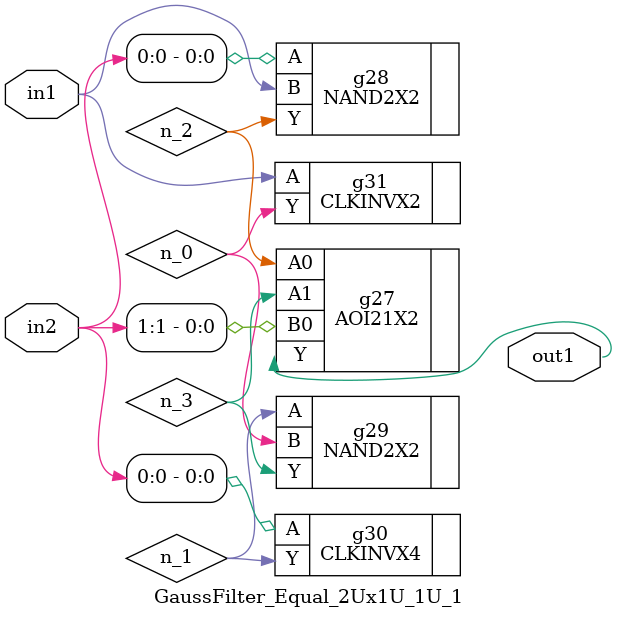
<source format=v>
`timescale 1ps / 1ps


module GaussFilter_Equal_2Ux1U_1U_1(in2, in1, out1);
  input [1:0] in2;
  input in1;
  output out1;
  wire [1:0] in2;
  wire in1;
  wire out1;
  wire n_0, n_1, n_2, n_3;
  AOI21X2 g27(.A0 (n_2), .A1 (n_3), .B0 (in2[1]), .Y (out1));
  NAND2X2 g29(.A (n_1), .B (n_0), .Y (n_3));
  NAND2X2 g28(.A (in2[0]), .B (in1), .Y (n_2));
  CLKINVX4 g30(.A (in2[0]), .Y (n_1));
  CLKINVX2 g31(.A (in1), .Y (n_0));
endmodule



</source>
